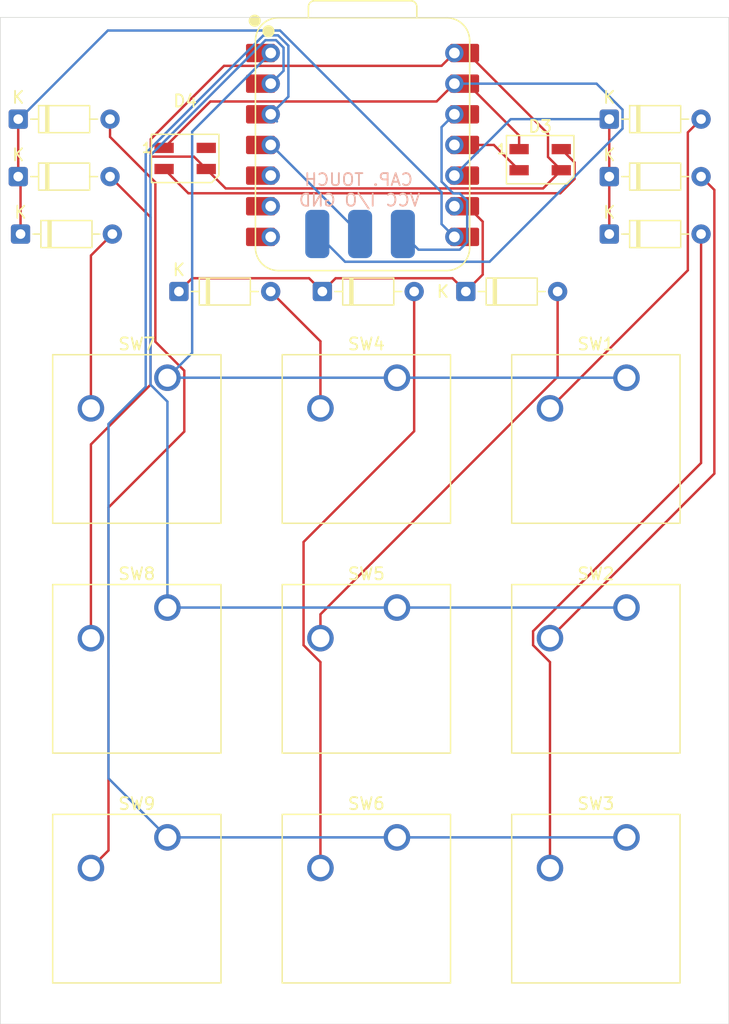
<source format=kicad_pcb>
(kicad_pcb (version 20241229) (generator "pcbnew") (generator_version "9.0")
  (layers (0 "F.Cu" signal) (2 "B.Cu" signal) (13 "F.Paste" user) (15 "B.Paste" user) (5 "F.SilkS" user "F.Silkscreen") (7 "B.SilkS" user "B.Silkscreen") (1 "F.Mask" user) (3 "B.Mask" user) (25 "Edge.Cuts" user))
  (net 0 "")
  (net 1 "Net-(D1-K)")
  (net 2 "Net-(D1-A)")
  (net 3 "Net-(D2-A)")
  (net 4 "Net-(D10-K)")
  (net 5 "Net-(D3-DOUT)")
  (net 6 "GND")
  (net 7 "Net-(D3-DIN)")
  (net 9 "Net-(D5-A)")
  (net 10 "Net-(D11-K)")
  (net 11 "Net-(D6-A)")
  (net 12 "Net-(D7-A)")
  (net 13 "Net-(D8-A)")
  (net 14 "Net-(D9-A)")
  (net 15 "Net-(D10-A)")
  (net 16 "Net-(D11-A)")
  (net 17 "Net-(U1-GPIO26{slash}ADC0{slash}A0)")
  (net 18 "Net-(U1-GPIO27{slash}ADC1{slash}A1)")
  (net 19 "Net-(U1-GPIO28{slash}ADC2{slash}A2)")
  (net 20 "+3V3")
  (net 23 "+5V")
  (net 25 "Net-(U1-GPIO29{slash}ADC3{slash}A3)")
  (footprint "Button_Switch_Keyboard:SW_Cherry_MX_1.00u_PCB" (layer "F.Cu") (at 152.4 100.0125)
    (property "Reference" "SW6" (at -2.54 -2.794 0) (layer "F.SilkS"))
    (property "Value" "SW_Push")
    (fp_line (start -9.525 -1.905) (end 4.445 -1.905) (stroke (width 0.12)) (layer "F.SilkS"))
    (fp_line (start -9.525 12.065) (end -9.525 -1.905) (stroke (width 0.12)) (layer "F.SilkS"))
    (fp_line (start 4.445 -1.905) (end 4.445 12.065) (stroke (width 0.12)) (layer "F.SilkS"))
    (fp_line (start 4.445 12.065) (end -9.525 12.065) (stroke (width 0.12)) (layer "F.SilkS"))
    (pad "" np_thru_hole circle (at -7.62 5.08) (size 1.7 1.7) (drill 1.7) (layers "*.Cu" "*.Mask"))
    (pad "" np_thru_hole circle (at -2.54 5.08) (size 4 4) (drill 4) (layers "*.Cu" "*.Mask"))
    (pad "" np_thru_hole circle (at 2.54 5.08) (size 1.7 1.7) (drill 1.7) (layers "*.Cu" "*.Mask"))
    (pad "1" thru_hole circle (at 0 0) (size 2.2 2.2) (drill 1.5) (layers "*.Cu" "*.Mask") (net 19 "Net-(U1-GPIO28{slash}ADC2{slash}A2)"))
    (pad "2" thru_hole circle (at -6.35 2.54) (size 2.2 2.2) (drill 1.5) (layers "*.Cu" "*.Mask") (net 15 "Net-(D10-A)"))
  )
  (footprint "OPL Lib:XIAO-RP2040-DIP" (layer "F.Cu") (at 149.545 42.62)
    (property "Reference" "U1" (hide yes))
    (property "Value" "XIAO-RP2040-DIP")
    (fp_line (start -8.89 8.509) (end -8.89 -8.636) (stroke (width 0.127)) (layer "F.SilkS"))
    (fp_line (start -6.985 10.414) (end 6.985 10.414) (stroke (width 0.127)) (layer "F.SilkS"))
    (fp_line (start -4.495 -10.541) (end -4.491272 -11.451272) (stroke (width 0.127)) (layer "F.SilkS"))
    (fp_line (start -3.991272 -11.951) (end 4.004 -11.951) (stroke (width 0.127)) (layer "F.SilkS"))
    (fp_line (start 4.504 -11.451) (end 4.504 -10.541) (stroke (width 0.127)) (layer "F.SilkS"))
    (fp_line (start 6.985 -10.541) (end -6.985 -10.541) (stroke (width 0.1)) (layer "F.SilkS"))
    (fp_line (start 6.985 -10.541) (end -6.985 -10.541) (stroke (width 0.127)) (layer "F.SilkS"))
    (fp_line (start 8.89 8.509) (end 8.89 -8.636) (stroke (width 0.127)) (layer "F.SilkS"))
    (fp_arc (start -8.89 -8.636) (mid -8.332038 -9.983038) (end -6.985 -10.541) (stroke (width 0.127)) (layer "F.SilkS"))
    (fp_arc (start -6.985 10.414) (mid -8.332038 9.856038) (end -8.89 8.509) (stroke (width 0.127)) (layer "F.SilkS"))
    (fp_arc (start -4.491272 -11.451272) (mid -4.344728 -11.80464) (end -3.991272 -11.951) (stroke (width 0.127)) (layer "F.SilkS"))
    (fp_arc (start 4.004 -11.951) (mid 4.357553 -11.804553) (end 4.504 -11.451) (stroke (width 0.127)) (layer "F.SilkS"))
    (fp_arc (start 6.985 -10.541) (mid 8.332038 -9.983038) (end 8.89 -8.636) (stroke (width 0.127)) (layer "F.SilkS"))
    (fp_arc (start 8.89 8.509) (mid 8.332038 9.856038) (end 6.985 10.414) (stroke (width 0.127)) (layer "F.SilkS"))
    (fp_circle (center -8.95 -10.3) (end -8.95 -10.554) (stroke (width 0.5)) (fill yes) (layer "F.SilkS"))
    (fp_circle (center -7.807 -9.42) (end -7.807 -9.674) (stroke (width 0.5)) (fill yes) (layer "F.SilkS"))
    (pad "1" smd roundrect (at -8.455 -7.62 180) (size 2.432 1.524) (layers "F.Cu" "F.Mask") (roundrect_rratio 0.1) (net 17 "Net-(U1-GPIO26{slash}ADC0{slash}A0)"))
    (pad "1" thru_hole circle (at -7.62 -7.62 180) (size 1.524 1.524) (drill 0.889) (layers "*.Cu" "*.Mask") (net 17 "Net-(U1-GPIO26{slash}ADC0{slash}A0)"))
    (pad "2" smd roundrect (at -8.455 -5.08 180) (size 2.432 1.524) (layers "F.Cu" "F.Mask") (roundrect_rratio 0.1) (net 18 "Net-(U1-GPIO27{slash}ADC1{slash}A1)"))
    (pad "2" thru_hole circle (at -7.62 -5.08 180) (size 1.524 1.524) (drill 0.889) (layers "*.Cu" "*.Mask") (net 18 "Net-(U1-GPIO27{slash}ADC1{slash}A1)"))
    (pad "3" smd roundrect (at -8.455 -2.54 180) (size 2.432 1.524) (layers "F.Cu" "F.Mask") (roundrect_rratio 0.1) (net 19 "Net-(U1-GPIO28{slash}ADC2{slash}A2)"))
    (pad "3" thru_hole circle (at -7.62 -2.54 180) (size 1.524 1.524) (drill 0.889) (layers "*.Cu" "*.Mask") (net 19 "Net-(U1-GPIO28{slash}ADC2{slash}A2)"))
    (pad "4" smd roundrect (at -8.455 0 180) (size 2.432 1.524) (layers "F.Cu" "F.Mask") (roundrect_rratio 0.1) (net 25 "Net-(U1-GPIO29{slash}ADC3{slash}A3)"))
    (pad "4" thru_hole circle (at -7.62 0 180) (size 1.524 1.524) (drill 0.889) (layers "*.Cu" "*.Mask") (net 25 "Net-(U1-GPIO29{slash}ADC3{slash}A3)"))
    (pad "5" smd roundrect (at -8.455 2.54 180) (size 2.432 1.524) (layers "F.Cu" "F.Mask") (roundrect_rratio 0.1))
    (pad "5" thru_hole circle (at -7.62 2.54 180) (size 1.524 1.524) (drill 0.889) (layers "*.Cu" "*.Mask"))
    (pad "6" smd roundrect (at -8.455 5.08 180) (size 2.432 1.524) (layers "F.Cu" "F.Mask") (roundrect_rratio 0.1))
    (pad "6" thru_hole circle (at -7.62 5.08 180) (size 1.524 1.524) (drill 0.889) (layers "*.Cu" "*.Mask"))
    (pad "7" smd roundrect (at -8.455 7.62 180) (size 2.432 1.524) (layers "F.Cu" "F.Mask") (roundrect_rratio 0.1))
    (pad "7" thru_hole circle (at -7.62 7.62 180) (size 1.524 1.524) (drill 0.889) (layers "*.Cu" "*.Mask"))
    (pad "8" thru_hole circle (at 7.62 7.62) (size 1.524 1.524) (drill 0.889) (layers "*.Cu" "*.Mask") (net 1 "Net-(D1-K)"))
    (pad "8" smd roundrect (at 8.455 7.62) (size 2.432 1.524) (layers "F.Cu" "F.Mask") (roundrect_rratio 0.1) (net 1 "Net-(D1-K)"))
    (pad "9" thru_hole circle (at 7.62 5.08) (size 1.524 1.524) (drill 0.889) (layers "*.Cu" "*.Mask") (net 4 "Net-(D10-K)"))
    (pad "9" smd roundrect (at 8.455 5.08) (size 2.432 1.524) (layers "F.Cu" "F.Mask") (roundrect_rratio 0.1) (net 4 "Net-(D10-K)"))
    (pad "10" thru_hole circle (at 7.62 2.54) (size 1.524 1.524) (drill 0.889) (layers "*.Cu" "*.Mask") (net 10 "Net-(D11-K)"))
    (pad "10" smd roundrect (at 8.455 2.54) (size 2.432 1.524) (layers "F.Cu" "F.Mask") (roundrect_rratio 0.1) (net 10 "Net-(D11-K)"))
    (pad "11" thru_hole circle (at 7.62 0) (size 1.524 1.524) (drill 0.889) (layers "*.Cu" "*.Mask") (net 7 "Net-(D3-DIN)"))
    (pad "11" smd roundrect (at 8.455 0) (size 2.432 1.524) (layers "F.Cu" "F.Mask") (roundrect_rratio 0.1) (net 7 "Net-(D3-DIN)"))
    (pad "12" thru_hole circle (at 7.62 -2.54) (size 1.524 1.524) (drill 0.889) (layers "*.Cu" "*.Mask") (net 20 "+3V3"))
    (pad "12" smd roundrect (at 8.455 -2.54) (size 2.432 1.524) (layers "F.Cu" "F.Mask") (roundrect_rratio 0.1) (net 20 "+3V3"))
    (pad "13" thru_hole circle (at 7.62 -5.08) (size 1.524 1.524) (drill 0.889) (layers "*.Cu" "*.Mask") (net 6 "GND"))
    (pad "13" smd roundrect (at 8.455 -5.08) (size 2.432 1.524) (layers "F.Cu" "F.Mask") (roundrect_rratio 0.1) (net 6 "GND"))
    (pad "14" thru_hole circle (at 7.62 -7.62) (size 1.524 1.524) (drill 0.889) (layers "*.Cu" "*.Mask") (net 23 "+5V"))
    (pad "14" smd roundrect (at 8.455 -7.62) (size 2.432 1.524) (layers "F.Cu" "F.Mask") (roundrect_rratio 0.1) (net 23 "+5V"))
  )
  (footprint "Button_Switch_Keyboard:SW_Cherry_MX_1.00u_PCB" (layer "F.Cu") (at 171.45 100.0125)
    (property "Reference" "SW3" (at -2.54 -2.794 0) (layer "F.SilkS"))
    (property "Value" "SW_Push")
    (fp_line (start -9.525 -1.905) (end 4.445 -1.905) (stroke (width 0.12)) (layer "F.SilkS"))
    (fp_line (start -9.525 12.065) (end -9.525 -1.905) (stroke (width 0.12)) (layer "F.SilkS"))
    (fp_line (start 4.445 -1.905) (end 4.445 12.065) (stroke (width 0.12)) (layer "F.SilkS"))
    (fp_line (start 4.445 12.065) (end -9.525 12.065) (stroke (width 0.12)) (layer "F.SilkS"))
    (pad "" np_thru_hole circle (at -7.62 5.08) (size 1.7 1.7) (drill 1.7) (layers "*.Cu" "*.Mask"))
    (pad "" np_thru_hole circle (at -2.54 5.08) (size 4 4) (drill 4) (layers "*.Cu" "*.Mask"))
    (pad "" np_thru_hole circle (at 2.54 5.08) (size 1.7 1.7) (drill 1.7) (layers "*.Cu" "*.Mask"))
    (pad "1" thru_hole circle (at 0 0) (size 2.2 2.2) (drill 1.5) (layers "*.Cu" "*.Mask") (net 19 "Net-(U1-GPIO28{slash}ADC2{slash}A2)"))
    (pad "2" thru_hole circle (at -6.35 2.54) (size 2.2 2.2) (drill 1.5) (layers "*.Cu" "*.Mask") (net 16 "Net-(D11-A)"))
  )
  (footprint "Diode_THT:D_DO-35_SOD27_P7.62mm_Horizontal" (layer "F.Cu") (at 170.02125 40.48125)
    (property "Reference" "D5" (hide yes))
    (property "Value" "1N4148" (hide yes))
    (fp_line (start 1.04 0) (end 1.69 0) (stroke (width 0.12)) (layer "F.SilkS"))
    (fp_line (start 2.29 -1.12) (end 2.29 1.12) (stroke (width 0.12)) (layer "F.SilkS"))
    (fp_line (start 2.41 -1.12) (end 2.41 1.12) (stroke (width 0.12)) (layer "F.SilkS"))
    (fp_line (start 2.53 -1.12) (end 2.53 1.12) (stroke (width 0.12)) (layer "F.SilkS"))
    (fp_line (start 6.58 0) (end 5.93 0) (stroke (width 0.12)) (layer "F.SilkS"))
    (fp_rect (start 1.69 -1.12) (end 5.93 1.12) (stroke (width 0.12)) (fill no) (layer "F.SilkS"))
    (fp_text user "K" (at 0 -1.8 0) (layer "F.SilkS"))
    (pad "1" thru_hole roundrect (at 0 0) (size 1.6 1.6) (drill 0.8) (layers "*.Cu" "*.Mask") (roundrect_rratio 0.15625) (net 10 "Net-(D11-K)"))
    (pad "2" thru_hole circle (at 7.62 0) (size 1.6 1.6) (drill 0.8) (layers "*.Cu" "*.Mask") (net 9 "Net-(D5-A)"))
  )
  (footprint "Diode_THT:D_DO-35_SOD27_P7.62mm_Horizontal" (layer "F.Cu") (at 121.16 50.00625)
    (property "Reference" "D1" (hide yes))
    (property "Value" "1N4148" (hide yes))
    (fp_line (start 1.04 0) (end 1.69 0) (stroke (width 0.12)) (layer "F.SilkS"))
    (fp_line (start 2.29 -1.12) (end 2.29 1.12) (stroke (width 0.12)) (layer "F.SilkS"))
    (fp_line (start 2.41 -1.12) (end 2.41 1.12) (stroke (width 0.12)) (layer "F.SilkS"))
    (fp_line (start 2.53 -1.12) (end 2.53 1.12) (stroke (width 0.12)) (layer "F.SilkS"))
    (fp_line (start 6.58 0) (end 5.93 0) (stroke (width 0.12)) (layer "F.SilkS"))
    (fp_rect (start 1.69 -1.12) (end 5.93 1.12) (stroke (width 0.12)) (fill no) (layer "F.SilkS"))
    (fp_text user "K" (at 0 -1.8 0) (layer "F.SilkS"))
    (pad "1" thru_hole roundrect (at 0 0) (size 1.6 1.6) (drill 0.8) (layers "*.Cu" "*.Mask") (roundrect_rratio 0.15625) (net 1 "Net-(D1-K)"))
    (pad "2" thru_hole circle (at 7.62 0) (size 1.6 1.6) (drill 0.8) (layers "*.Cu" "*.Mask") (net 2 "Net-(D1-A)"))
  )
  (footprint "LED_SMD:LED_SK6812MINI_PLCC4_3.5x3.5mm_P1.75mm" (layer "F.Cu") (at 134.8232 43.7375)
    (property "Reference" "D4" (at 0 -4.7625 0) (layer "F.SilkS"))
    (property "Value" "SK6812")
    (fp_line (start -2.8 -2) (end -2.8 2) (stroke (width 0.12)) (layer "F.SilkS"))
    (fp_line (start -2.8 -2) (end 2.8 -2) (stroke (width 0.12)) (layer "F.SilkS"))
    (fp_line (start -2.8 2) (end 2.2 2) (stroke (width 0.12)) (layer "F.SilkS"))
    (fp_line (start 2.8 1.4) (end 2.2 2) (stroke (width 0.12)) (layer "F.SilkS"))
    (fp_line (start 2.8 1.4) (end 2.8 -2) (stroke (width 0.12)) (layer "F.SilkS"))
    (fp_text user "1" (at -3.2 -0.875 0) (layer "F.SilkS") (effects (font (size 0.8 0.8))))
    (pad "1" smd rect (at -1.75 -0.875) (size 1.6 0.85) (layers "F.Cu" "F.Mask" "F.Paste") (net 6 "GND"))
    (pad "2" smd rect (at -1.75 0.875) (size 1.6 0.85) (layers "F.Cu" "F.Mask" "F.Paste") (net 5 "Net-(D3-DOUT)"))
    (pad "3" smd rect (at 1.75 0.875) (size 1.6 0.85) (layers "F.Cu" "F.Mask" "F.Paste") (net 23 "+5V"))
    (pad "4" smd rect (at 1.75 -0.875) (size 1.6 0.85) (layers "F.Cu" "F.Mask" "F.Paste"))
  )
  (footprint "Diode_THT:D_DO-35_SOD27_P7.62mm_Horizontal" (layer "F.Cu") (at 120.9675 45.24375)
    (property "Reference" "D6" (hide yes))
    (property "Value" "1N4148" (hide yes))
    (fp_line (start 1.04 0) (end 1.69 0) (stroke (width 0.12)) (layer "F.SilkS"))
    (fp_line (start 2.29 -1.12) (end 2.29 1.12) (stroke (width 0.12)) (layer "F.SilkS"))
    (fp_line (start 2.41 -1.12) (end 2.41 1.12) (stroke (width 0.12)) (layer "F.SilkS"))
    (fp_line (start 2.53 -1.12) (end 2.53 1.12) (stroke (width 0.12)) (layer "F.SilkS"))
    (fp_line (start 6.58 0) (end 5.93 0) (stroke (width 0.12)) (layer "F.SilkS"))
    (fp_rect (start 1.69 -1.12) (end 5.93 1.12) (stroke (width 0.12)) (fill no) (layer "F.SilkS"))
    (fp_text user "K" (at 0 -1.8 0) (layer "F.SilkS"))
    (pad "1" thru_hole roundrect (at 0 0) (size 1.6 1.6) (drill 0.8) (layers "*.Cu" "*.Mask") (roundrect_rratio 0.15625) (net 1 "Net-(D1-K)"))
    (pad "2" thru_hole circle (at 7.62 0) (size 1.6 1.6) (drill 0.8) (layers "*.Cu" "*.Mask") (net 11 "Net-(D6-A)"))
  )
  (footprint "Button_Switch_Keyboard:SW_Cherry_MX_1.00u_PCB" (layer "F.Cu") (at 133.35 100.0125)
    (property "Reference" "SW9" (at -2.54 -2.794 0) (layer "F.SilkS"))
    (property "Value" "SW_Push")
    (fp_line (start -9.525 -1.905) (end 4.445 -1.905) (stroke (width 0.12)) (layer "F.SilkS"))
    (fp_line (start -9.525 12.065) (end -9.525 -1.905) (stroke (width 0.12)) (layer "F.SilkS"))
    (fp_line (start 4.445 -1.905) (end 4.445 12.065) (stroke (width 0.12)) (layer "F.SilkS"))
    (fp_line (start 4.445 12.065) (end -9.525 12.065) (stroke (width 0.12)) (layer "F.SilkS"))
    (pad "" np_thru_hole circle (at -7.62 5.08) (size 1.7 1.7) (drill 1.7) (layers "*.Cu" "*.Mask"))
    (pad "" np_thru_hole circle (at -2.54 5.08) (size 4 4) (drill 4) (layers "*.Cu" "*.Mask"))
    (pad "" np_thru_hole circle (at 2.54 5.08) (size 1.7 1.7) (drill 1.7) (layers "*.Cu" "*.Mask"))
    (pad "1" thru_hole circle (at 0 0) (size 2.2 2.2) (drill 1.5) (layers "*.Cu" "*.Mask") (net 19 "Net-(U1-GPIO28{slash}ADC2{slash}A2)"))
    (pad "2" thru_hole circle (at -6.35 2.54) (size 2.2 2.2) (drill 1.5) (layers "*.Cu" "*.Mask") (net 14 "Net-(D9-A)"))
  )
  (footprint "Diode_THT:D_DO-35_SOD27_P7.62mm_Horizontal" (layer "F.Cu") (at 158.115 54.76875)
    (property "Reference" "D7" (hide yes))
    (property "Value" "1N4148" (hide yes))
    (fp_line (start 1.04 0) (end 1.69 0) (stroke (width 0.12)) (layer "F.SilkS"))
    (fp_line (start 2.29 -1.12) (end 2.29 1.12) (stroke (width 0.12)) (layer "F.SilkS"))
    (fp_line (start 2.41 -1.12) (end 2.41 1.12) (stroke (width 0.12)) (layer "F.SilkS"))
    (fp_line (start 2.53 -1.12) (end 2.53 1.12) (stroke (width 0.12)) (layer "F.SilkS"))
    (fp_line (start 6.58 0) (end 5.93 0) (stroke (width 0.12)) (layer "F.SilkS"))
    (fp_rect (start 1.69 -1.12) (end 5.93 1.12) (stroke (width 0.12)) (fill no) (layer "F.SilkS"))
    (fp_text user "K" (at -1.905 0 0) (layer "F.SilkS"))
    (pad "1" thru_hole roundrect (at 0 0) (size 1.6 1.6) (drill 0.8) (layers "*.Cu" "*.Mask") (roundrect_rratio 0.15625) (net 4 "Net-(D10-K)"))
    (pad "2" thru_hole circle (at 7.62 0) (size 1.6 1.6) (drill 0.8) (layers "*.Cu" "*.Mask") (net 12 "Net-(D7-A)"))
  )
  (footprint "Button_Switch_Keyboard:SW_Cherry_MX_1.00u_PCB" (layer "F.Cu") (at 171.45 80.9625)
    (property "Reference" "SW2" (at -2.54 -2.794 0) (layer "F.SilkS"))
    (property "Value" "SW_Push")
    (fp_line (start -9.525 -1.905) (end 4.445 -1.905) (stroke (width 0.12)) (layer "F.SilkS"))
    (fp_line (start -9.525 12.065) (end -9.525 -1.905) (stroke (width 0.12)) (layer "F.SilkS"))
    (fp_line (start 4.445 -1.905) (end 4.445 12.065) (stroke (width 0.12)) (layer "F.SilkS"))
    (fp_line (start 4.445 12.065) (end -9.525 12.065) (stroke (width 0.12)) (layer "F.SilkS"))
    (pad "" np_thru_hole circle (at -7.62 5.08) (size 1.7 1.7) (drill 1.7) (layers "*.Cu" "*.Mask"))
    (pad "" np_thru_hole circle (at -2.54 5.08) (size 4 4) (drill 4) (layers "*.Cu" "*.Mask"))
    (pad "" np_thru_hole circle (at 2.54 5.08) (size 1.7 1.7) (drill 1.7) (layers "*.Cu" "*.Mask"))
    (pad "1" thru_hole circle (at 0 0) (size 2.2 2.2) (drill 1.5) (layers "*.Cu" "*.Mask") (net 18 "Net-(U1-GPIO27{slash}ADC1{slash}A1)"))
    (pad "2" thru_hole circle (at -6.35 2.54) (size 2.2 2.2) (drill 1.5) (layers "*.Cu" "*.Mask") (net 13 "Net-(D8-A)"))
  )
  (footprint "Diode_THT:D_DO-35_SOD27_P7.62mm_Horizontal" (layer "F.Cu") (at 134.3025 54.76875)
    (property "Reference" "D2" (hide yes))
    (property "Value" "1N4148" (hide yes))
    (fp_line (start 1.04 0) (end 1.69 0) (stroke (width 0.12)) (layer "F.SilkS"))
    (fp_line (start 2.29 -1.12) (end 2.29 1.12) (stroke (width 0.12)) (layer "F.SilkS"))
    (fp_line (start 2.41 -1.12) (end 2.41 1.12) (stroke (width 0.12)) (layer "F.SilkS"))
    (fp_line (start 2.53 -1.12) (end 2.53 1.12) (stroke (width 0.12)) (layer "F.SilkS"))
    (fp_line (start 6.58 0) (end 5.93 0) (stroke (width 0.12)) (layer "F.SilkS"))
    (fp_rect (start 1.69 -1.12) (end 5.93 1.12) (stroke (width 0.12)) (fill no) (layer "F.SilkS"))
    (fp_text user "K" (at 0 -1.8 0) (layer "F.SilkS"))
    (pad "1" thru_hole roundrect (at 0 0) (size 1.6 1.6) (drill 0.8) (layers "*.Cu" "*.Mask") (roundrect_rratio 0.15625) (net 4 "Net-(D10-K)"))
    (pad "2" thru_hole circle (at 7.62 0) (size 1.6 1.6) (drill 0.8) (layers "*.Cu" "*.Mask") (net 3 "Net-(D2-A)"))
  )
  (footprint "Button_Switch_Keyboard:SW_Cherry_MX_1.00u_PCB" (layer "F.Cu") (at 152.4 80.9625)
    (property "Reference" "SW5" (at -2.54 -2.794 0) (layer "F.SilkS"))
    (property "Value" "SW_Push")
    (fp_line (start -9.525 -1.905) (end 4.445 -1.905) (stroke (width 0.12)) (layer "F.SilkS"))
    (fp_line (start -9.525 12.065) (end -9.525 -1.905) (stroke (width 0.12)) (layer "F.SilkS"))
    (fp_line (start 4.445 -1.905) (end 4.445 12.065) (stroke (width 0.12)) (layer "F.SilkS"))
    (fp_line (start 4.445 12.065) (end -9.525 12.065) (stroke (width 0.12)) (layer "F.SilkS"))
    (pad "" np_thru_hole circle (at -7.62 5.08) (size 1.7 1.7) (drill 1.7) (layers "*.Cu" "*.Mask"))
    (pad "" np_thru_hole circle (at -2.54 5.08) (size 4 4) (drill 4) (layers "*.Cu" "*.Mask"))
    (pad "" np_thru_hole circle (at 2.54 5.08) (size 1.7 1.7) (drill 1.7) (layers "*.Cu" "*.Mask"))
    (pad "1" thru_hole circle (at 0 0) (size 2.2 2.2) (drill 1.5) (layers "*.Cu" "*.Mask") (net 18 "Net-(U1-GPIO27{slash}ADC1{slash}A1)"))
    (pad "2" thru_hole circle (at -6.35 2.54) (size 2.2 2.2) (drill 1.5) (layers "*.Cu" "*.Mask") (net 12 "Net-(D7-A)"))
  )
  (footprint "Button_Switch_Keyboard:SW_Cherry_MX_1.00u_PCB" (layer "F.Cu") (at 133.35 80.9625)
    (property "Reference" "SW8" (at -2.54 -2.794 0) (layer "F.SilkS"))
    (property "Value" "SW_Push")
    (fp_line (start -9.525 -1.905) (end 4.445 -1.905) (stroke (width 0.12)) (layer "F.SilkS"))
    (fp_line (start -9.525 12.065) (end -9.525 -1.905) (stroke (width 0.12)) (layer "F.SilkS"))
    (fp_line (start 4.445 -1.905) (end 4.445 12.065) (stroke (width 0.12)) (layer "F.SilkS"))
    (fp_line (start 4.445 12.065) (end -9.525 12.065) (stroke (width 0.12)) (layer "F.SilkS"))
    (pad "" np_thru_hole circle (at -7.62 5.08) (size 1.7 1.7) (drill 1.7) (layers "*.Cu" "*.Mask"))
    (pad "" np_thru_hole circle (at -2.54 5.08) (size 4 4) (drill 4) (layers "*.Cu" "*.Mask"))
    (pad "" np_thru_hole circle (at 2.54 5.08) (size 1.7 1.7) (drill 1.7) (layers "*.Cu" "*.Mask"))
    (pad "1" thru_hole circle (at 0 0) (size 2.2 2.2) (drill 1.5) (layers "*.Cu" "*.Mask") (net 18 "Net-(U1-GPIO27{slash}ADC1{slash}A1)"))
    (pad "2" thru_hole circle (at -6.35 2.54) (size 2.2 2.2) (drill 1.5) (layers "*.Cu" "*.Mask") (net 11 "Net-(D6-A)"))
  )
  (footprint "Button_Switch_Keyboard:SW_Cherry_MX_1.00u_PCB" (layer "F.Cu") (at 133.35 61.9125)
    (property "Reference" "SW7" (at -2.54 -2.794 0) (layer "F.SilkS"))
    (property "Value" "SW_Push")
    (fp_line (start -9.525 -1.905) (end 4.445 -1.905) (stroke (width 0.12)) (layer "F.SilkS"))
    (fp_line (start -9.525 12.065) (end -9.525 -1.905) (stroke (width 0.12)) (layer "F.SilkS"))
    (fp_line (start 4.445 -1.905) (end 4.445 12.065) (stroke (width 0.12)) (layer "F.SilkS"))
    (fp_line (start 4.445 12.065) (end -9.525 12.065) (stroke (width 0.12)) (layer "F.SilkS"))
    (pad "" np_thru_hole circle (at -7.62 5.08) (size 1.7 1.7) (drill 1.7) (layers "*.Cu" "*.Mask"))
    (pad "" np_thru_hole circle (at -2.54 5.08) (size 4 4) (drill 4) (layers "*.Cu" "*.Mask"))
    (pad "" np_thru_hole circle (at 2.54 5.08) (size 1.7 1.7) (drill 1.7) (layers "*.Cu" "*.Mask"))
    (pad "1" thru_hole circle (at 0 0) (size 2.2 2.2) (drill 1.5) (layers "*.Cu" "*.Mask") (net 17 "Net-(U1-GPIO26{slash}ADC0{slash}A0)"))
    (pad "2" thru_hole circle (at -6.35 2.54) (size 2.2 2.2) (drill 1.5) (layers "*.Cu" "*.Mask") (net 2 "Net-(D1-A)"))
  )
  (footprint "Button_Switch_Keyboard:SW_Cherry_MX_1.00u_PCB" (layer "F.Cu") (at 152.4 61.9125)
    (property "Reference" "SW4" (at -2.54 -2.794 0) (layer "F.SilkS"))
    (property "Value" "SW_Push")
    (fp_line (start -9.525 -1.905) (end 4.445 -1.905) (stroke (width 0.12)) (layer "F.SilkS"))
    (fp_line (start -9.525 12.065) (end -9.525 -1.905) (stroke (width 0.12)) (layer "F.SilkS"))
    (fp_line (start 4.445 -1.905) (end 4.445 12.065) (stroke (width 0.12)) (layer "F.SilkS"))
    (fp_line (start 4.445 12.065) (end -9.525 12.065) (stroke (width 0.12)) (layer "F.SilkS"))
    (pad "" np_thru_hole circle (at -7.62 5.08) (size 1.7 1.7) (drill 1.7) (layers "*.Cu" "*.Mask"))
    (pad "" np_thru_hole circle (at -2.54 5.08) (size 4 4) (drill 4) (layers "*.Cu" "*.Mask"))
    (pad "" np_thru_hole circle (at 2.54 5.08) (size 1.7 1.7) (drill 1.7) (layers "*.Cu" "*.Mask"))
    (pad "1" thru_hole circle (at 0 0) (size 2.2 2.2) (drill 1.5) (layers "*.Cu" "*.Mask") (net 17 "Net-(U1-GPIO26{slash}ADC0{slash}A0)"))
    (pad "2" thru_hole circle (at -6.35 2.54) (size 2.2 2.2) (drill 1.5) (layers "*.Cu" "*.Mask") (net 3 "Net-(D2-A)"))
  )
  (footprint "Diode_THT:D_DO-35_SOD27_P7.62mm_Horizontal" (layer "F.Cu") (at 170.02125 50.00625)
    (property "Reference" "D11" (hide yes))
    (property "Value" "1N4148" (hide yes))
    (fp_line (start 1.04 0) (end 1.69 0) (stroke (width 0.12)) (layer "F.SilkS"))
    (fp_line (start 2.29 -1.12) (end 2.29 1.12) (stroke (width 0.12)) (layer "F.SilkS"))
    (fp_line (start 2.41 -1.12) (end 2.41 1.12) (stroke (width 0.12)) (layer "F.SilkS"))
    (fp_line (start 2.53 -1.12) (end 2.53 1.12) (stroke (width 0.12)) (layer "F.SilkS"))
    (fp_line (start 6.58 0) (end 5.93 0) (stroke (width 0.12)) (layer "F.SilkS"))
    (fp_rect (start 1.69 -1.12) (end 5.93 1.12) (stroke (width 0.12)) (fill no) (layer "F.SilkS"))
    (fp_text user "K" (at 0 -1.8 0) (layer "F.SilkS"))
    (pad "1" thru_hole roundrect (at 0 0) (size 1.6 1.6) (drill 0.8) (layers "*.Cu" "*.Mask") (roundrect_rratio 0.15625) (net 10 "Net-(D11-K)"))
    (pad "2" thru_hole circle (at 7.62 0) (size 1.6 1.6) (drill 0.8) (layers "*.Cu" "*.Mask") (net 16 "Net-(D11-A)"))
  )
  (footprint "Button_Switch_Keyboard:SW_Cherry_MX_1.00u_PCB" (layer "F.Cu") (at 171.45 61.9125)
    (property "Reference" "SW1" (at -2.54 -2.794 0) (layer "F.SilkS"))
    (property "Value" "SW_Push")
    (fp_line (start -9.525 -1.905) (end 4.445 -1.905) (stroke (width 0.12)) (layer "F.SilkS"))
    (fp_line (start -9.525 12.065) (end -9.525 -1.905) (stroke (width 0.12)) (layer "F.SilkS"))
    (fp_line (start 4.445 -1.905) (end 4.445 12.065) (stroke (width 0.12)) (layer "F.SilkS"))
    (fp_line (start 4.445 12.065) (end -9.525 12.065) (stroke (width 0.12)) (layer "F.SilkS"))
    (pad "" np_thru_hole circle (at -7.62 5.08) (size 1.7 1.7) (drill 1.7) (layers "*.Cu" "*.Mask"))
    (pad "" np_thru_hole circle (at -2.54 5.08) (size 4 4) (drill 4) (layers "*.Cu" "*.Mask"))
    (pad "" np_thru_hole circle (at 2.54 5.08) (size 1.7 1.7) (drill 1.7) (layers "*.Cu" "*.Mask"))
    (pad "1" thru_hole circle (at 0 0) (size 2.2 2.2) (drill 1.5) (layers "*.Cu" "*.Mask") (net 17 "Net-(U1-GPIO26{slash}ADC0{slash}A0)"))
    (pad "2" thru_hole circle (at -6.35 2.54) (size 2.2 2.2) (drill 1.5) (layers "*.Cu" "*.Mask") (net 9 "Net-(D5-A)"))
  )
  (footprint "Diode_THT:D_DO-35_SOD27_P7.62mm_Horizontal" (layer "F.Cu") (at 170.02125 45.24375)
    (property "Reference" "D8" (hide yes))
    (property "Value" "1N4148" (hide yes))
    (fp_line (start 1.04 0) (end 1.69 0) (stroke (width 0.12)) (layer "F.SilkS"))
    (fp_line (start 2.29 -1.12) (end 2.29 1.12) (stroke (width 0.12)) (layer "F.SilkS"))
    (fp_line (start 2.41 -1.12) (end 2.41 1.12) (stroke (width 0.12)) (layer "F.SilkS"))
    (fp_line (start 2.53 -1.12) (end 2.53 1.12) (stroke (width 0.12)) (layer "F.SilkS"))
    (fp_line (start 6.58 0) (end 5.93 0) (stroke (width 0.12)) (layer "F.SilkS"))
    (fp_rect (start 1.69 -1.12) (end 5.93 1.12) (stroke (width 0.12)) (fill no) (layer "F.SilkS"))
    (fp_text user "K" (at 0 -1.8 0) (layer "F.SilkS"))
    (pad "1" thru_hole roundrect (at 0 0) (size 1.6 1.6) (drill 0.8) (layers "*.Cu" "*.Mask") (roundrect_rratio 0.15625) (net 10 "Net-(D11-K)"))
    (pad "2" thru_hole circle (at 7.62 0) (size 1.6 1.6) (drill 0.8) (layers "*.Cu" "*.Mask") (net 13 "Net-(D8-A)"))
  )
  (footprint "Diode_THT:D_DO-35_SOD27_P7.62mm_Horizontal" (layer "F.Cu") (at 146.20875 54.76875)
    (property "Reference" "D10" (hide yes))
    (property "Value" "1N4148" (hide yes))
    (fp_line (start 1.04 0) (end 1.69 0) (stroke (width 0.12)) (layer "F.SilkS"))
    (fp_line (start 2.29 -1.12) (end 2.29 1.12) (stroke (width 0.12)) (layer "F.SilkS"))
    (fp_line (start 2.41 -1.12) (end 2.41 1.12) (stroke (width 0.12)) (layer "F.SilkS"))
    (fp_line (start 2.53 -1.12) (end 2.53 1.12) (stroke (width 0.12)) (layer "F.SilkS"))
    (fp_line (start 6.58 0) (end 5.93 0) (stroke (width 0.12)) (layer "F.SilkS"))
    (fp_rect (start 1.69 -1.12) (end 5.93 1.12) (stroke (width 0.12)) (fill no) (layer "F.SilkS"))
    (pad "1" thru_hole roundrect (at 0 0) (size 1.6 1.6) (drill 0.8) (layers "*.Cu" "*.Mask") (roundrect_rratio 0.15625) (net 4 "Net-(D10-K)"))
    (pad "2" thru_hole circle (at 7.62 0) (size 1.6 1.6) (drill 0.8) (layers "*.Cu" "*.Mask") (net 15 "Net-(D10-A)"))
  )
  (footprint "Diode_THT:D_DO-35_SOD27_P7.62mm_Horizontal" (layer "F.Cu") (at 120.9675 40.48125)
    (property "Reference" "D9" (hide yes))
    (property "Value" "1N4148" (hide yes))
    (fp_line (start 1.04 0) (end 1.69 0) (stroke (width 0.12)) (layer "F.SilkS"))
    (fp_line (start 2.29 -1.12) (end 2.29 1.12) (stroke (width 0.12)) (layer "F.SilkS"))
    (fp_line (start 2.41 -1.12) (end 2.41 1.12) (stroke (width 0.12)) (layer "F.SilkS"))
    (fp_line (start 2.53 -1.12) (end 2.53 1.12) (stroke (width 0.12)) (layer "F.SilkS"))
    (fp_line (start 6.58 0) (end 5.93 0) (stroke (width 0.12)) (layer "F.SilkS"))
    (fp_rect (start 1.69 -1.12) (end 5.93 1.12) (stroke (width 0.12)) (fill no) (layer "F.SilkS"))
    (fp_text user "K" (at 0 -1.8 0) (layer "F.SilkS"))
    (pad "1" thru_hole roundrect (at 0 0) (size 1.6 1.6) (drill 0.8) (layers "*.Cu" "*.Mask") (roundrect_rratio 0.15625) (net 1 "Net-(D1-K)"))
    (pad "2" thru_hole circle (at 7.62 0) (size 1.6 1.6) (drill 0.8) (layers "*.Cu" "*.Mask") (net 14 "Net-(D9-A)"))
  )
  (footprint "LED_SMD:LED_SK6812MINI_PLCC4_3.5x3.5mm_P1.75mm" (layer "F.Cu") (at 164.2872 43.8404)
    (property "Reference" "D3" (at 0 -2.75 0) (layer "F.SilkS"))
    (property "Value" "SK6812" (hide yes))
    (fp_line (start -2.8 -2) (end -2.8 2) (stroke (width 0.12)) (layer "F.SilkS"))
    (fp_line (start -2.8 -2) (end 2.8 -2) (stroke (width 0.12)) (layer "F.SilkS"))
    (fp_line (start -2.8 2) (end 2.2 2) (stroke (width 0.12)) (layer "F.SilkS"))
    (fp_line (start 2.8 1.4) (end 2.2 2) (stroke (width 0.12)) (layer "F.SilkS"))
    (fp_line (start 2.8 1.4) (end 2.8 -2) (stroke (width 0.12)) (layer "F.SilkS"))
    (fp_text user "1" (at -3.2 -0.875 0) (layer "F.SilkS") (effects (font (size 0.8 0.8))))
    (pad "1" smd rect (at -1.75 -0.875) (size 1.6 0.85) (layers "F.Cu" "F.Mask" "F.Paste") (net 6 "GND"))
    (pad "2" smd rect (at -1.75 0.875) (size 1.6 0.85) (layers "F.Cu" "F.Mask" "F.Paste") (net 7 "Net-(D3-DIN)"))
    (pad "3" smd rect (at 1.75 0.875) (size 1.6 0.85) (layers "F.Cu" "F.Mask" "F.Paste") (net 23 "+5V"))
    (pad "4" smd rect (at 1.75 -0.875) (size 1.6 0.85) (layers "F.Cu" "F.Mask" "F.Paste") (net 5 "Net-(D3-DOUT)"))
  )
  (footprint "Connector_Wire:SolderWirePad_1x01_SMD_2x4mm" (layer "B.Cu") (at 152.89 50 180)
    (property "Reference" "VCC" (at 0 2.8 0) (layer "B.SilkS") (effects (justify mirror)))
    (property "Value" "TestPoint")
    (pad "1" smd roundrect (at 0 0 180) (size 2 4) (layers "B.Cu" "B.Mask") (net 20 "+3V3"))
  )
  (footprint "Connector_Wire:SolderWirePad_1x01_SMD_2x4mm" (layer "B.Cu") (at 149.34 50 180)
    (property "Reference" "I/O" (at 0 2.8 0) (layer "B.SilkS") (effects (justify mirror)))
    (property "Value" "TestPoint")
    (pad "1" smd roundrect (at 0 0 180) (size 2 4) (layers "B.Cu" "B.Mask") (net 25 "Net-(U1-GPIO29{slash}ADC3{slash}A3)"))
  )
  (footprint "Connector_Wire:SolderWirePad_1x01_SMD_2x4mm" (layer "B.Cu") (at 145.79 50 180)
    (property "Reference" "GND" (at 0 2.8 0) (layer "B.SilkS") (effects (justify mirror)))
    (property "Value" "TestPoint")
    (pad "1" smd roundrect (at 0 0 180) (size 2 4) (layers "B.Cu" "B.Mask") (net 6 "GND"))
  )
  (gr_rect (start 119.48 32.05) (end 179.94 115.49) (stroke (width 0.05)) (fill no) (layer "Edge.Cuts"))
  (gr_text "CAP. TOUCH" (at 153.82 45.5 0) (layer "B.SilkS") (effects (font (size 1 1)) (justify left mirror)))
  (segment (start 121.16 45.43625) (end 120.9675 45.24375) (width 0.2) (layer "F.Cu") (net 1))
  (segment (start 121.16 50.00625) (end 121.16 45.43625) (width 0.2) (layer "F.Cu") (net 1))
  (segment (start 120.9675 45.24375) (end 120.9675 40.48125) (width 0.2) (layer "F.Cu") (net 1))
  (segment (start 156.102 46.53949) (end 156.102 49.177) (width 0.2) (layer "B.Cu") (net 1))
  (segment (start 128.405 33.135) (end 142.69751 33.135) (width 0.2) (layer "B.Cu") (net 1))
  (segment (start 120.9675 40.48125) (end 121.02125 40.48125) (width 0.2) (layer "B.Cu") (net 1))
  (segment (start 121.04 40.5) (end 128.405 33.135) (width 0.2) (layer "B.Cu") (net 1))
  (segment (start 121.02125 40.48125) (end 121.04 40.5) (width 0.2) (layer "B.Cu") (net 1))
  (segment (start 142.69751 33.135) (end 156.102 46.53949) (width 0.2) (layer "B.Cu") (net 1))
  (segment (start 156.102 49.177) (end 157.165 50.24) (width 0.2) (layer "B.Cu") (net 1))
  (segment (start 127 51.78625) (end 128.78 50.00625) (width 0.2) (layer "F.Cu") (net 2))
  (segment (start 127 64.4525) (end 127 51.78625) (width 0.2) (layer "F.Cu") (net 2))
  (segment (start 146.05 64.4525) (end 146.05 58.89625) (width 0.2) (layer "F.Cu") (net 3))
  (segment (start 146.05 58.89625) (end 141.9225 54.76875) (width 0.2) (layer "F.Cu") (net 3))
  (segment (start 134.3025 54.76875) (end 135.4035 53.66775) (width 0.2) (layer "F.Cu") (net 4))
  (segment (start 159.517 53.36675) (end 159.517 48.97437) (width 0.2) (layer "F.Cu") (net 4))
  (segment (start 158.24263 47.7) (end 157.165 47.7) (width 0.2) (layer "F.Cu") (net 4))
  (segment (start 145.10775 53.66775) (end 146.20875 54.76875) (width 0.2) (layer "F.Cu") (net 4))
  (segment (start 157.014 53.66775) (end 158.115 54.76875) (width 0.2) (layer "F.Cu") (net 4))
  (segment (start 146.20875 54.76875) (end 147.30975 53.66775) (width 0.2) (layer "F.Cu") (net 4))
  (segment (start 159.517 48.97437) (end 158.24263 47.7) (width 0.2) (layer "F.Cu") (net 4))
  (segment (start 158.115 54.76875) (end 159.517 53.36675) (width 0.2) (layer "F.Cu") (net 4))
  (segment (start 147.30975 53.66775) (end 157.014 53.66775) (width 0.2) (layer "F.Cu") (net 4))
  (segment (start 135.4035 53.66775) (end 145.10775 53.66775) (width 0.2) (layer "F.Cu") (net 4))
  (segment (start 167.1382 45.4414) (end 167.1382 44.0664) (width 0.2) (layer "F.Cu") (net 5))
  (segment (start 167.1382 44.0664) (end 166.0372 42.9654) (width 0.2) (layer "F.Cu") (net 5))
  (segment (start 135.0847 46.624) (end 165.9556 46.624) (width 0.2) (layer "F.Cu") (net 5))
  (segment (start 133.0732 44.6125) (end 135.0847 46.624) (width 0.2) (layer "F.Cu") (net 5))
  (segment (start 165.9556 46.624) (end 167.1382 45.4414) (width 0.2) (layer "F.Cu") (net 5))
  (segment (start 136.9187 39.017) (end 155.688 39.017) (width 0.2) (layer "F.Cu") (net 6))
  (segment (start 158.24263 37.54) (end 157.165 37.54) (width 0.2) (layer "F.Cu") (net 6))
  (segment (start 155.688 39.017) (end 157.165 37.54) (width 0.2) (layer "F.Cu") (net 6))
  (segment (start 133.0732 42.8625) (end 136.9187 39.017) (width 0.2) (layer "F.Cu") (net 6))
  (segment (start 162.5372 42.9654) (end 162.5372 41.83457) (width 0.2) (layer "F.Cu") (net 6))
  (segment (start 162.5372 41.83457) (end 158.24263 37.54) (width 0.2) (layer "F.Cu") (net 6))
  (segment (start 145.79 50) (end 148.091 52.301) (width 0.2) (layer "B.Cu") (net 6))
  (segment (start 171.12225 39.69609) (end 168.96616 37.54) (width 0.2) (layer "B.Cu") (net 6))
  (segment (start 171.12225 41.26641) (end 171.12225 39.69609) (width 0.2) (layer "B.Cu") (net 6))
  (segment (start 148.091 52.301) (end 160.08766 52.301) (width 0.2) (layer "B.Cu") (net 6))
  (segment (start 160.08766 52.301) (end 171.12225 41.26641) (width 0.2) (layer "B.Cu") (net 6))
  (segment (start 168.96616 37.54) (end 157.165 37.54) (width 0.2) (layer "B.Cu") (net 6))
  (segment (start 160.4418 42.62) (end 157.165 42.62) (width 0.2) (layer "F.Cu") (net 7))
  (segment (start 162.5372 44.7154) (end 160.4418 42.62) (width 0.2) (layer "F.Cu") (net 7))
  (segment (start 165.1 64.4525) (end 176.54025 53.01225) (width 0.2) (layer "F.Cu") (net 9))
  (segment (start 176.54025 53.01225) (end 176.54025 41.58225) (width 0.2) (layer "F.Cu") (net 9))
  (segment (start 176.54025 41.58225) (end 177.64125 40.48125) (width 0.2) (layer "F.Cu") (net 9))
  (segment (start 170.02125 50.00625) (end 170.02125 45.24375) (width 0.2) (layer "F.Cu") (net 10))
  (segment (start 158.24263 45.16) (end 157.165 45.16) (width 0.2) (layer "F.Cu") (net 10))
  (segment (start 170.02125 45.24375) (end 170.02125 40.48125) (width 0.2) (layer "F.Cu") (net 10))
  (segment (start 161.84375 40.48125) (end 157.165 45.16) (width 0.2) (layer "B.Cu") (net 10))
  (segment (start 170.02125 40.48125) (end 161.84375 40.48125) (width 0.2) (layer "B.Cu") (net 10))
  (segment (start 131.949 62.492814) (end 131.949 48.60525) (width 0.2) (layer "F.Cu") (net 11))
  (segment (start 127 67.441814) (end 131.949 62.492814) (width 0.2) (layer "F.Cu") (net 11))
  (segment (start 131.949 48.60525) (end 128.5875 45.24375) (width 0.2) (layer "F.Cu") (net 11))
  (segment (start 127 83.5025) (end 127 67.441814) (width 0.2) (layer "F.Cu") (net 11))
  (segment (start 146.05 81.521186) (end 165.735 61.836186) (width 0.2) (layer "F.Cu") (net 12))
  (segment (start 165.735 61.836186) (end 165.735 54.76875) (width 0.2) (layer "F.Cu") (net 12))
  (segment (start 146.05 83.5025) (end 146.05 81.521186) (width 0.2) (layer "F.Cu") (net 12))
  (segment (start 165.1 83.5025) (end 178.74225 69.86025) (width 0.2) (layer "F.Cu") (net 13))
  (segment (start 178.74225 46.34475) (end 177.64125 45.24375) (width 0.2) (layer "F.Cu") (net 13))
  (segment (start 178.74225 69.86025) (end 178.74225 46.34475) (width 0.2) (layer "F.Cu") (net 13))
  (segment (start 127 102.5525) (end 128.459 101.0935) (width 0.2) (layer "F.Cu") (net 14))
  (segment (start 128.459 72.668316) (end 134.751 66.376316) (width 0.2) (layer "F.Cu") (net 14))
  (segment (start 128.459 101.0935) (end 128.459 72.668316) (width 0.2) (layer "F.Cu") (net 14))
  (segment (start 132.35 58.931186) (end 132.35 45.7163) (width 0.2) (layer "F.Cu") (net 14))
  (segment (start 134.751 66.376316) (end 134.751 61.332186) (width 0.2) (layer "F.Cu") (net 14))
  (segment (start 132.35 45.7163) (end 128.5875 41.9538) (width 0.2) (layer "F.Cu") (net 14))
  (segment (start 134.751 61.332186) (end 132.35 58.931186) (width 0.2) (layer "F.Cu") (net 14))
  (segment (start 128.5875 41.9538) (end 128.5875 40.48125) (width 0.2) (layer "F.Cu") (net 14))
  (segment (start 146.05 85.483814) (end 144.649 84.082814) (width 0.2) (layer "F.Cu") (net 15))
  (segment (start 144.649 84.082814) (end 144.649 75.528316) (width 0.2) (layer "F.Cu") (net 15))
  (segment (start 153.82875 66.348566) (end 153.82875 54.76875) (width 0.2) (layer "F.Cu") (net 15))
  (segment (start 144.649 75.528316) (end 153.82875 66.348566) (width 0.2) (layer "F.Cu") (net 15))
  (segment (start 146.05 102.5525) (end 146.05 85.483814) (width 0.2) (layer "F.Cu") (net 15))
  (segment (start 165.1 102.5525) (end 165.1 85.483814) (width 0.2) (layer "F.Cu") (net 16))
  (segment (start 165.1 85.483814) (end 163.699 84.082814) (width 0.2) (layer "F.Cu") (net 16))
  (segment (start 163.699 84.082814) (end 163.699 82.922186) (width 0.2) (layer "F.Cu") (net 16))
  (segment (start 177.64125 68.979936) (end 177.64125 50.00625) (width 0.2) (layer "F.Cu") (net 16))
  (segment (start 163.699 82.922186) (end 177.64125 68.979936) (width 0.2) (layer "F.Cu") (net 16))
  (segment (start 135.4035 41.5215) (end 141.925 35) (width 0.2) (layer "B.Cu") (net 17))
  (segment (start 133.35 61.9125) (end 135.4035 59.859) (width 0.2) (layer "B.Cu") (net 17))
  (segment (start 152.4 61.9125) (end 171.45 61.9125) (width 0.2) (layer "B.Cu") (net 17))
  (segment (start 135.4035 59.859) (end 135.4035 41.5215) (width 0.2) (layer "B.Cu") (net 17))
  (segment (start 133.35 61.9125) (end 152.4 61.9125) (width 0.2) (layer "B.Cu") (net 17))
  (segment (start 142.36531 33.937) (end 142.988 34.55969) (width 0.2) (layer "B.Cu") (net 18))
  (segment (start 171.45 80.9625) (end 152.4 80.9625) (width 0.2) (layer "B.Cu") (net 18))
  (segment (start 131.949 62.492814) (end 131.949 43.47269) (width 0.2) (layer "B.Cu") (net 18))
  (segment (start 152.4 80.9625) (end 133.35 80.9625) (width 0.2) (layer "B.Cu") (net 18))
  (segment (start 142.988 34.55969) (end 142.988 36.477) (width 0.2) (layer "B.Cu") (net 18))
  (segment (start 131.949 43.47269) (end 141.48469 33.937) (width 0.2) (layer "B.Cu") (net 18))
  (segment (start 133.35 80.9625) (end 133.35 63.893814) (width 0.2) (layer "B.Cu") (net 18))
  (segment (start 141.48469 33.937) (end 142.36531 33.937) (width 0.2) (layer "B.Cu") (net 18))
  (segment (start 142.988 36.477) (end 141.925 37.54) (width 0.2) (layer "B.Cu") (net 18))
  (segment (start 133.35 63.893814) (end 131.949 62.492814) (width 0.2) (layer "B.Cu") (net 18))
  (segment (start 128.459 65.747914) (end 131.548 62.658914) (width 0.2) (layer "B.Cu") (net 19))
  (segment (start 142.53141 33.536) (end 143.389 34.39359) (width 0.2) (layer "B.Cu") (net 19))
  (segment (start 141.925 40.155) (end 142.44 40.67) (width 0.2) (layer "B.Cu") (net 19))
  (segment (start 143.389 34.39359) (end 143.389 38.616) (width 0.2) (layer "B.Cu") (net 19))
  (segment (start 131.548 43.30659) (end 141.31859 33.536) (width 0.2) (layer "B.Cu") (net 19))
  (segment (start 131.548 62.658914) (end 131.548 43.30659) (width 0.2) (layer "B.Cu") (net 19))
  (segment (start 141.31859 33.536) (end 142.53141 33.536) (width 0.2) (layer "B.Cu") (net 19))
  (segment (start 128.459 95.1215) (end 128.459 65.747914) (width 0.2) (layer "B.Cu") (net 19))
  (segment (start 171.45 100.0125) (end 152.4 100.0125) (width 0.2) (layer "B.Cu") (net 19))
  (segment (start 152.4 100.0125) (end 133.35 100.0125) (width 0.2) (layer "B.Cu") (net 19))
  (segment (start 143.389 38.616) (end 141.925 40.08) (width 0.2) (layer "B.Cu") (net 19))
  (segment (start 141.925 40.08) (end 141.925 40.155) (width 0.2) (layer "B.Cu") (net 19))
  (segment (start 133.35 100.0125) (end 128.459 95.1215) (width 0.2) (layer "B.Cu") (net 19))
  (segment (start 152.89 50) (end 154.193 51.303) (width 0.2) (layer "B.Cu") (net 20))
  (segment (start 158.228 47.25969) (end 157.60531 46.637) (width 0.2) (layer "B.Cu") (net 20))
  (segment (start 158.228 50.68031) (end 158.228 47.25969) (width 0.2) (layer "B.Cu") (net 20))
  (segment (start 156.102 45.662) (end 156.102 41.143) (width 0.2) (layer "B.Cu") (net 20))
  (segment (start 157.077 46.637) (end 156.102 45.662) (width 0.2) (layer "B.Cu") (net 20))
  (segment (start 157.60531 46.637) (end 157.077 46.637) (width 0.2) (layer "B.Cu") (net 20))
  (segment (start 154.193 51.303) (end 157.60531 51.303) (width 0.2) (layer "B.Cu") (net 20))
  (segment (start 156.102 41.143) (end 157.165 40.08) (width 0.2) (layer "B.Cu") (net 20))
  (segment (start 157.60531 51.303) (end 158.228 50.68031) (width 0.2) (layer "B.Cu") (net 20))
  (segment (start 136.5732 44.6125) (end 135.5492 43.5885) (width 0.2) (layer "F.Cu") (net 23))
  (segment (start 138.0457 36.063) (end 156.102 36.063) (width 0.2) (layer "F.Cu") (net 23))
  (segment (start 158.24263 35) (end 157.165 35) (width 0.2) (layer "F.Cu") (net 23))
  (segment (start 164.9362 43.6144) (end 164.9362 41.69357) (width 0.2) (layer "F.Cu") (net 23))
  (segment (start 131.9722 43.5885) (end 131.9722 42.1365) (width 0.2) (layer "F.Cu") (net 23))
  (segment (start 166.0372 44.7154) (end 164.9362 43.6144) (width 0.2) (layer "F.Cu") (net 23))
  (segment (start 164.9362 41.69357) (end 158.24263 35) (width 0.2) (layer "F.Cu") (net 23))
  (segment (start 136.5732 44.6125) (end 138.1837 46.223) (width 0.2) (layer "F.Cu") (net 23))
  (segment (start 135.5492 43.5885) (end 131.9722 43.5885) (width 0.2) (layer "F.Cu") (net 23))
  (segment (start 131.9722 42.1365) (end 138.0457 36.063) (width 0.2) (layer "F.Cu") (net 23))
  (segment (start 138.1837 46.223) (end 164.5296 46.223) (width 0.2) (layer "F.Cu") (net 23))
  (segment (start 164.5296 46.223) (end 166.0372 44.7154) (width 0.2) (layer "F.Cu") (net 23))
  (segment (start 156.102 36.063) (end 157.165 35) (width 0.2) (layer "F.Cu") (net 23))
  (segment (start 141.96 42.62) (end 141.925 42.62) (width 0.2) (layer "B.Cu") (net 25))
  (segment (start 149.34 50) (end 141.96 42.62) (width 0.2) (layer "B.Cu") (net 25))
)
</source>
